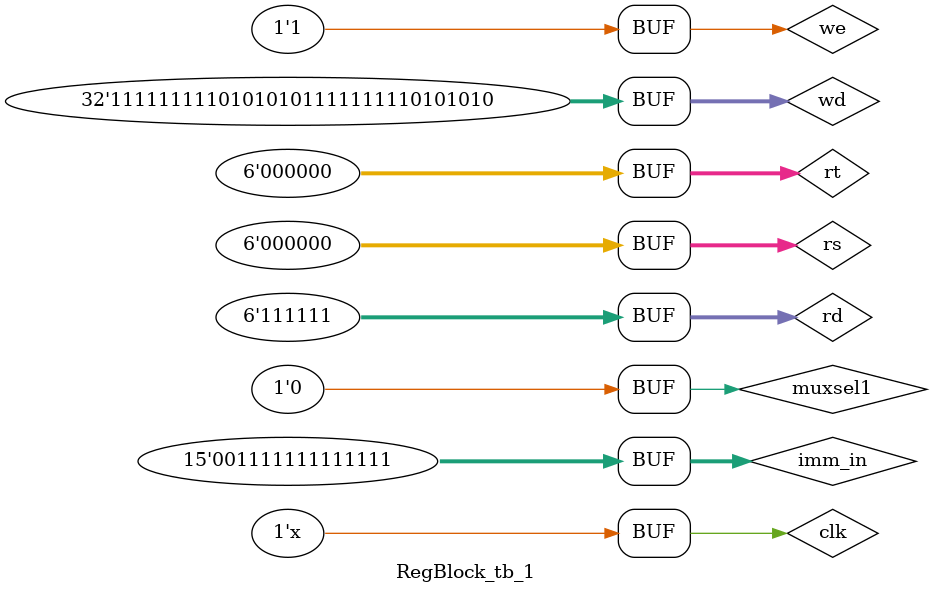
<source format=sv>
`timescale 1ns / 1ps

parameter RWIDTH = 6;
parameter DWIDTH = 32;
parameter IMM_IN = 15;

module RegBlock_tb_1; // Testbenches don't need any ports.
    logic [RWIDTH -1:0]   rs;
    logic [RWIDTH -1:0]   rt;
    logic [RWIDTH -1:0]   rd;
    logic [DWIDTH -1:0]   wd;
    logic                 we;
    logic                 clk = 0;
    logic                 muxsel1; //Need to be defined in the controller
    logic [IMM_IN -1:0]   imm_in;
//    logic [DWIDTH -1:0]  opA;
//    logic [DWIDTH -1:0]  opB;
    logic [DWIDTH -1:0]  opBwd;
    logic [3:0]         ALUopsel;
    logic [DWIDTH -1:0] ALUresult;    
            
    RegBlock RB1(
        .rs(rs),
        .rt(rt),
        .rd(rd),
        .wd(wd),
        .we(we),
        .clk(clk),
        .muxsel1(muxsel1),
        .imm_in(imm_in),
//        .opA(opA),
//        .opB(opB),
        .opBwd(opBwd),
        .ALUopsel(ALUopsel),
        .ALUresult(ALUresult)
    );
       
initial begin
    
    imm_in = 15'b001111111111111;
    muxsel1 = 1'b0;         
      
    we = 1'b0;
    rd = 6'b000000;
    wd = 32'h000000;
    rs = 6'b000000;
    rt = 6'b101001;
    muxsel1 = 1;
    #50;
    muxsel1 = 0;
    
    #50;
    rs = 6'b100011;
    muxsel1 = 1;
    #50;
    muxsel1 = 0;
    #50;
    
    we = 1'b1;
    rd = 6'b111111;
    wd = 32'hFFAAFFAA;
    rs = 6'b000000;
    rt = 6'b000000;
    
//    mux_sel = 1;
//    #50;
//    mux_sel = 0;
    
//    #50;
    
//    we = 1'b1;
//    rd = 6'b001100;
//    wd = 32'hAAAAAAAA;
//    rs = 6'b001011;
//    rt = 6'b111111;
    
//    mux_sel = 1;
//    #50;
//    mux_sel = 0;
    
//    #50;        
//    we = 1'b0;
//    rs = 6'b001100;
//    rt= 6'b111111;
//    rd = 6'b000000;
//    wd = 32'h00000000;
    
//    #50;
//    mux_sel = 1;
    
//    #50;
//    ra1 = 6'b000000;
//    ra2 = 6'b000111;
    
//    #50;
//    we = 1'b1;
//    wa = 6'b000000;
//    wd = 32'hBBBBBBBB;
//    ra2 = 6'b111111;
    
//    #50;
//    we = 0'b0;
//    ra1 = 6'b000000;
    
//    #4;
//    ra1 = 6'b111111;
//    #3;
//    ra2 = 6'b001100;
    
//    #50;
end
           
always #10 clk = ~clk;
endmodule
</source>
